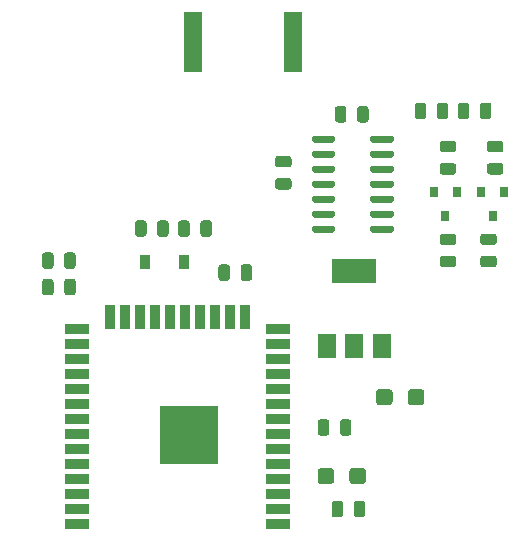
<source format=gtp>
G04 #@! TF.GenerationSoftware,KiCad,Pcbnew,(5.1.9-0-10_14)*
G04 #@! TF.CreationDate,2021-01-18T10:51:13+01:00*
G04 #@! TF.ProjectId,ithowifi,6974686f-7769-4666-992e-6b696361645f,rev?*
G04 #@! TF.SameCoordinates,Original*
G04 #@! TF.FileFunction,Paste,Top*
G04 #@! TF.FilePolarity,Positive*
%FSLAX46Y46*%
G04 Gerber Fmt 4.6, Leading zero omitted, Abs format (unit mm)*
G04 Created by KiCad (PCBNEW (5.1.9-0-10_14)) date 2021-01-18 10:51:13*
%MOMM*%
%LPD*%
G01*
G04 APERTURE LIST*
%ADD10R,2.000000X0.900000*%
%ADD11R,0.900000X2.000000*%
%ADD12R,5.000000X5.000000*%
%ADD13R,1.500000X2.000000*%
%ADD14R,3.800000X2.000000*%
%ADD15R,0.900000X1.200000*%
%ADD16R,1.500000X5.080000*%
%ADD17R,0.800000X0.900000*%
G04 APERTURE END LIST*
D10*
X87477600Y-148615400D03*
X87477600Y-147345400D03*
X87477600Y-146075400D03*
X87477600Y-144805400D03*
X87477600Y-143535400D03*
X87477600Y-142265400D03*
X87477600Y-140995400D03*
X87477600Y-139725400D03*
X87477600Y-138455400D03*
X87477600Y-137185400D03*
X87477600Y-135915400D03*
X87477600Y-134645400D03*
X87477600Y-133375400D03*
X87477600Y-132105400D03*
D11*
X90262600Y-131105400D03*
X91532600Y-131105400D03*
X92802600Y-131105400D03*
X94072600Y-131105400D03*
X95342600Y-131105400D03*
X96612600Y-131105400D03*
X97882600Y-131105400D03*
X99152600Y-131105400D03*
X100422600Y-131105400D03*
X101692600Y-131105400D03*
D10*
X104477600Y-132105400D03*
X104477600Y-133375400D03*
X104477600Y-134645400D03*
X104477600Y-135915400D03*
X104477600Y-137185400D03*
X104477600Y-138455400D03*
X104477600Y-139725400D03*
X104477600Y-140995400D03*
X104477600Y-142265400D03*
X104477600Y-143535400D03*
X104477600Y-144805400D03*
X104477600Y-146075400D03*
X104477600Y-147345400D03*
X104477600Y-148615400D03*
D12*
X96977600Y-141115400D03*
G36*
G01*
X101315700Y-127811850D02*
X101315700Y-126899350D01*
G75*
G02*
X101559450Y-126655600I243750J0D01*
G01*
X102046950Y-126655600D01*
G75*
G02*
X102290700Y-126899350I0J-243750D01*
G01*
X102290700Y-127811850D01*
G75*
G02*
X102046950Y-128055600I-243750J0D01*
G01*
X101559450Y-128055600D01*
G75*
G02*
X101315700Y-127811850I0J243750D01*
G01*
G37*
G36*
G01*
X99440700Y-127811850D02*
X99440700Y-126899350D01*
G75*
G02*
X99684450Y-126655600I243750J0D01*
G01*
X100171950Y-126655600D01*
G75*
G02*
X100415700Y-126899350I0J-243750D01*
G01*
X100415700Y-127811850D01*
G75*
G02*
X100171950Y-128055600I-243750J0D01*
G01*
X99684450Y-128055600D01*
G75*
G02*
X99440700Y-127811850I0J243750D01*
G01*
G37*
G36*
G01*
X114174500Y-137471599D02*
X114174500Y-138321601D01*
G75*
G02*
X113924501Y-138571600I-249999J0D01*
G01*
X113024499Y-138571600D01*
G75*
G02*
X112774500Y-138321601I0J249999D01*
G01*
X112774500Y-137471599D01*
G75*
G02*
X113024499Y-137221600I249999J0D01*
G01*
X113924501Y-137221600D01*
G75*
G02*
X114174500Y-137471599I0J-249999D01*
G01*
G37*
G36*
G01*
X116874500Y-137471599D02*
X116874500Y-138321601D01*
G75*
G02*
X116624501Y-138571600I-249999J0D01*
G01*
X115724499Y-138571600D01*
G75*
G02*
X115474500Y-138321601I0J249999D01*
G01*
X115474500Y-137471599D01*
G75*
G02*
X115724499Y-137221600I249999J0D01*
G01*
X116624501Y-137221600D01*
G75*
G02*
X116874500Y-137471599I0J-249999D01*
G01*
G37*
G36*
G01*
X110530400Y-145001801D02*
X110530400Y-144151799D01*
G75*
G02*
X110780399Y-143901800I249999J0D01*
G01*
X111680401Y-143901800D01*
G75*
G02*
X111930400Y-144151799I0J-249999D01*
G01*
X111930400Y-145001801D01*
G75*
G02*
X111680401Y-145251800I-249999J0D01*
G01*
X110780399Y-145251800D01*
G75*
G02*
X110530400Y-145001801I0J249999D01*
G01*
G37*
G36*
G01*
X107830400Y-145001801D02*
X107830400Y-144151799D01*
G75*
G02*
X108080399Y-143901800I249999J0D01*
G01*
X108980401Y-143901800D01*
G75*
G02*
X109230400Y-144151799I0J-249999D01*
G01*
X109230400Y-145001801D01*
G75*
G02*
X108980401Y-145251800I-249999J0D01*
G01*
X108080399Y-145251800D01*
G75*
G02*
X107830400Y-145001801I0J249999D01*
G01*
G37*
G36*
G01*
X85475900Y-128118550D02*
X85475900Y-129031050D01*
G75*
G02*
X85232150Y-129274800I-243750J0D01*
G01*
X84744650Y-129274800D01*
G75*
G02*
X84500900Y-129031050I0J243750D01*
G01*
X84500900Y-128118550D01*
G75*
G02*
X84744650Y-127874800I243750J0D01*
G01*
X85232150Y-127874800D01*
G75*
G02*
X85475900Y-128118550I0J-243750D01*
G01*
G37*
G36*
G01*
X87350900Y-128118550D02*
X87350900Y-129031050D01*
G75*
G02*
X87107150Y-129274800I-243750J0D01*
G01*
X86619650Y-129274800D01*
G75*
G02*
X86375900Y-129031050I0J243750D01*
G01*
X86375900Y-128118550D01*
G75*
G02*
X86619650Y-127874800I243750J0D01*
G01*
X87107150Y-127874800D01*
G75*
G02*
X87350900Y-128118550I0J-243750D01*
G01*
G37*
G36*
G01*
X85475900Y-125883350D02*
X85475900Y-126795850D01*
G75*
G02*
X85232150Y-127039600I-243750J0D01*
G01*
X84744650Y-127039600D01*
G75*
G02*
X84500900Y-126795850I0J243750D01*
G01*
X84500900Y-125883350D01*
G75*
G02*
X84744650Y-125639600I243750J0D01*
G01*
X85232150Y-125639600D01*
G75*
G02*
X85475900Y-125883350I0J-243750D01*
G01*
G37*
G36*
G01*
X87350900Y-125883350D02*
X87350900Y-126795850D01*
G75*
G02*
X87107150Y-127039600I-243750J0D01*
G01*
X86619650Y-127039600D01*
G75*
G02*
X86375900Y-126795850I0J243750D01*
G01*
X86375900Y-125883350D01*
G75*
G02*
X86619650Y-125639600I243750J0D01*
G01*
X87107150Y-125639600D01*
G75*
G02*
X87350900Y-125883350I0J-243750D01*
G01*
G37*
D13*
X108647200Y-133553600D03*
X113247200Y-133553600D03*
X110947200Y-133553600D03*
D14*
X110947200Y-127253600D03*
G36*
G01*
X94249900Y-124078050D02*
X94249900Y-123165550D01*
G75*
G02*
X94493650Y-122921800I243750J0D01*
G01*
X94981150Y-122921800D01*
G75*
G02*
X95224900Y-123165550I0J-243750D01*
G01*
X95224900Y-124078050D01*
G75*
G02*
X94981150Y-124321800I-243750J0D01*
G01*
X94493650Y-124321800D01*
G75*
G02*
X94249900Y-124078050I0J243750D01*
G01*
G37*
G36*
G01*
X92374900Y-124078050D02*
X92374900Y-123165550D01*
G75*
G02*
X92618650Y-122921800I243750J0D01*
G01*
X93106150Y-122921800D01*
G75*
G02*
X93349900Y-123165550I0J-243750D01*
G01*
X93349900Y-124078050D01*
G75*
G02*
X93106150Y-124321800I-243750J0D01*
G01*
X92618650Y-124321800D01*
G75*
G02*
X92374900Y-124078050I0J243750D01*
G01*
G37*
G36*
G01*
X109720800Y-140918250D02*
X109720800Y-140005750D01*
G75*
G02*
X109964550Y-139762000I243750J0D01*
G01*
X110452050Y-139762000D01*
G75*
G02*
X110695800Y-140005750I0J-243750D01*
G01*
X110695800Y-140918250D01*
G75*
G02*
X110452050Y-141162000I-243750J0D01*
G01*
X109964550Y-141162000D01*
G75*
G02*
X109720800Y-140918250I0J243750D01*
G01*
G37*
G36*
G01*
X107845800Y-140918250D02*
X107845800Y-140005750D01*
G75*
G02*
X108089550Y-139762000I243750J0D01*
G01*
X108577050Y-139762000D01*
G75*
G02*
X108820800Y-140005750I0J-243750D01*
G01*
X108820800Y-140918250D01*
G75*
G02*
X108577050Y-141162000I-243750J0D01*
G01*
X108089550Y-141162000D01*
G75*
G02*
X107845800Y-140918250I0J243750D01*
G01*
G37*
D15*
X93220000Y-126415800D03*
X96520000Y-126415800D03*
G36*
G01*
X110886900Y-147827050D02*
X110886900Y-146914550D01*
G75*
G02*
X111130650Y-146670800I243750J0D01*
G01*
X111618150Y-146670800D01*
G75*
G02*
X111861900Y-146914550I0J-243750D01*
G01*
X111861900Y-147827050D01*
G75*
G02*
X111618150Y-148070800I-243750J0D01*
G01*
X111130650Y-148070800D01*
G75*
G02*
X110886900Y-147827050I0J243750D01*
G01*
G37*
G36*
G01*
X109011900Y-147827050D02*
X109011900Y-146914550D01*
G75*
G02*
X109255650Y-146670800I243750J0D01*
G01*
X109743150Y-146670800D01*
G75*
G02*
X109986900Y-146914550I0J-243750D01*
G01*
X109986900Y-147827050D01*
G75*
G02*
X109743150Y-148070800I-243750J0D01*
G01*
X109255650Y-148070800D01*
G75*
G02*
X109011900Y-147827050I0J243750D01*
G01*
G37*
G36*
G01*
X97007500Y-123165550D02*
X97007500Y-124078050D01*
G75*
G02*
X96763750Y-124321800I-243750J0D01*
G01*
X96276250Y-124321800D01*
G75*
G02*
X96032500Y-124078050I0J243750D01*
G01*
X96032500Y-123165550D01*
G75*
G02*
X96276250Y-122921800I243750J0D01*
G01*
X96763750Y-122921800D01*
G75*
G02*
X97007500Y-123165550I0J-243750D01*
G01*
G37*
G36*
G01*
X98882500Y-123165550D02*
X98882500Y-124078050D01*
G75*
G02*
X98638750Y-124321800I-243750J0D01*
G01*
X98151250Y-124321800D01*
G75*
G02*
X97907500Y-124078050I0J243750D01*
G01*
X97907500Y-123165550D01*
G75*
G02*
X98151250Y-122921800I243750J0D01*
G01*
X98638750Y-122921800D01*
G75*
G02*
X98882500Y-123165550I0J-243750D01*
G01*
G37*
D16*
X97248400Y-107848400D03*
X105748400Y-107848400D03*
G36*
G01*
X117925000Y-114121250D02*
X117925000Y-113208750D01*
G75*
G02*
X118168750Y-112965000I243750J0D01*
G01*
X118656250Y-112965000D01*
G75*
G02*
X118900000Y-113208750I0J-243750D01*
G01*
X118900000Y-114121250D01*
G75*
G02*
X118656250Y-114365000I-243750J0D01*
G01*
X118168750Y-114365000D01*
G75*
G02*
X117925000Y-114121250I0J243750D01*
G01*
G37*
G36*
G01*
X116050000Y-114121250D02*
X116050000Y-113208750D01*
G75*
G02*
X116293750Y-112965000I243750J0D01*
G01*
X116781250Y-112965000D01*
G75*
G02*
X117025000Y-113208750I0J-243750D01*
G01*
X117025000Y-114121250D01*
G75*
G02*
X116781250Y-114365000I-243750J0D01*
G01*
X116293750Y-114365000D01*
G75*
G02*
X116050000Y-114121250I0J243750D01*
G01*
G37*
G36*
G01*
X105383650Y-120320100D02*
X104471150Y-120320100D01*
G75*
G02*
X104227400Y-120076350I0J243750D01*
G01*
X104227400Y-119588850D01*
G75*
G02*
X104471150Y-119345100I243750J0D01*
G01*
X105383650Y-119345100D01*
G75*
G02*
X105627400Y-119588850I0J-243750D01*
G01*
X105627400Y-120076350D01*
G75*
G02*
X105383650Y-120320100I-243750J0D01*
G01*
G37*
G36*
G01*
X105383650Y-118445100D02*
X104471150Y-118445100D01*
G75*
G02*
X104227400Y-118201350I0J243750D01*
G01*
X104227400Y-117713850D01*
G75*
G02*
X104471150Y-117470100I243750J0D01*
G01*
X105383650Y-117470100D01*
G75*
G02*
X105627400Y-117713850I0J-243750D01*
G01*
X105627400Y-118201350D01*
G75*
G02*
X105383650Y-118445100I-243750J0D01*
G01*
G37*
G36*
G01*
X120680300Y-113208750D02*
X120680300Y-114121250D01*
G75*
G02*
X120436550Y-114365000I-243750J0D01*
G01*
X119949050Y-114365000D01*
G75*
G02*
X119705300Y-114121250I0J243750D01*
G01*
X119705300Y-113208750D01*
G75*
G02*
X119949050Y-112965000I243750J0D01*
G01*
X120436550Y-112965000D01*
G75*
G02*
X120680300Y-113208750I0J-243750D01*
G01*
G37*
G36*
G01*
X122555300Y-113208750D02*
X122555300Y-114121250D01*
G75*
G02*
X122311550Y-114365000I-243750J0D01*
G01*
X121824050Y-114365000D01*
G75*
G02*
X121580300Y-114121250I0J243750D01*
G01*
X121580300Y-113208750D01*
G75*
G02*
X121824050Y-112965000I243750J0D01*
G01*
X122311550Y-112965000D01*
G75*
G02*
X122555300Y-113208750I0J-243750D01*
G01*
G37*
G36*
G01*
X118415750Y-125926000D02*
X119328250Y-125926000D01*
G75*
G02*
X119572000Y-126169750I0J-243750D01*
G01*
X119572000Y-126657250D01*
G75*
G02*
X119328250Y-126901000I-243750J0D01*
G01*
X118415750Y-126901000D01*
G75*
G02*
X118172000Y-126657250I0J243750D01*
G01*
X118172000Y-126169750D01*
G75*
G02*
X118415750Y-125926000I243750J0D01*
G01*
G37*
G36*
G01*
X118415750Y-124051000D02*
X119328250Y-124051000D01*
G75*
G02*
X119572000Y-124294750I0J-243750D01*
G01*
X119572000Y-124782250D01*
G75*
G02*
X119328250Y-125026000I-243750J0D01*
G01*
X118415750Y-125026000D01*
G75*
G02*
X118172000Y-124782250I0J243750D01*
G01*
X118172000Y-124294750D01*
G75*
G02*
X118415750Y-124051000I243750J0D01*
G01*
G37*
G36*
G01*
X121844750Y-125926000D02*
X122757250Y-125926000D01*
G75*
G02*
X123001000Y-126169750I0J-243750D01*
G01*
X123001000Y-126657250D01*
G75*
G02*
X122757250Y-126901000I-243750J0D01*
G01*
X121844750Y-126901000D01*
G75*
G02*
X121601000Y-126657250I0J243750D01*
G01*
X121601000Y-126169750D01*
G75*
G02*
X121844750Y-125926000I243750J0D01*
G01*
G37*
G36*
G01*
X121844750Y-124051000D02*
X122757250Y-124051000D01*
G75*
G02*
X123001000Y-124294750I0J-243750D01*
G01*
X123001000Y-124782250D01*
G75*
G02*
X122757250Y-125026000I-243750J0D01*
G01*
X121844750Y-125026000D01*
G75*
G02*
X121601000Y-124782250I0J243750D01*
G01*
X121601000Y-124294750D01*
G75*
G02*
X121844750Y-124051000I243750J0D01*
G01*
G37*
G36*
G01*
X118415750Y-118074400D02*
X119328250Y-118074400D01*
G75*
G02*
X119572000Y-118318150I0J-243750D01*
G01*
X119572000Y-118805650D01*
G75*
G02*
X119328250Y-119049400I-243750J0D01*
G01*
X118415750Y-119049400D01*
G75*
G02*
X118172000Y-118805650I0J243750D01*
G01*
X118172000Y-118318150D01*
G75*
G02*
X118415750Y-118074400I243750J0D01*
G01*
G37*
G36*
G01*
X118415750Y-116199400D02*
X119328250Y-116199400D01*
G75*
G02*
X119572000Y-116443150I0J-243750D01*
G01*
X119572000Y-116930650D01*
G75*
G02*
X119328250Y-117174400I-243750J0D01*
G01*
X118415750Y-117174400D01*
G75*
G02*
X118172000Y-116930650I0J243750D01*
G01*
X118172000Y-116443150D01*
G75*
G02*
X118415750Y-116199400I243750J0D01*
G01*
G37*
G36*
G01*
X123316050Y-117174400D02*
X122403550Y-117174400D01*
G75*
G02*
X122159800Y-116930650I0J243750D01*
G01*
X122159800Y-116443150D01*
G75*
G02*
X122403550Y-116199400I243750J0D01*
G01*
X123316050Y-116199400D01*
G75*
G02*
X123559800Y-116443150I0J-243750D01*
G01*
X123559800Y-116930650D01*
G75*
G02*
X123316050Y-117174400I-243750J0D01*
G01*
G37*
G36*
G01*
X123316050Y-119049400D02*
X122403550Y-119049400D01*
G75*
G02*
X122159800Y-118805650I0J243750D01*
G01*
X122159800Y-118318150D01*
G75*
G02*
X122403550Y-118074400I243750J0D01*
G01*
X123316050Y-118074400D01*
G75*
G02*
X123559800Y-118318150I0J-243750D01*
G01*
X123559800Y-118805650D01*
G75*
G02*
X123316050Y-119049400I-243750J0D01*
G01*
G37*
G36*
G01*
X109295900Y-114400650D02*
X109295900Y-113488150D01*
G75*
G02*
X109539650Y-113244400I243750J0D01*
G01*
X110027150Y-113244400D01*
G75*
G02*
X110270900Y-113488150I0J-243750D01*
G01*
X110270900Y-114400650D01*
G75*
G02*
X110027150Y-114644400I-243750J0D01*
G01*
X109539650Y-114644400D01*
G75*
G02*
X109295900Y-114400650I0J243750D01*
G01*
G37*
G36*
G01*
X111170900Y-114400650D02*
X111170900Y-113488150D01*
G75*
G02*
X111414650Y-113244400I243750J0D01*
G01*
X111902150Y-113244400D01*
G75*
G02*
X112145900Y-113488150I0J-243750D01*
G01*
X112145900Y-114400650D01*
G75*
G02*
X111902150Y-114644400I-243750J0D01*
G01*
X111414650Y-114644400D01*
G75*
G02*
X111170900Y-114400650I0J243750D01*
G01*
G37*
D17*
X118658600Y-122539000D03*
X117708600Y-120539000D03*
X119608600Y-120539000D03*
X122656600Y-122539000D03*
X121706600Y-120539000D03*
X123606600Y-120539000D03*
G36*
G01*
X107359000Y-116202600D02*
X107359000Y-115902600D01*
G75*
G02*
X107509000Y-115752600I150000J0D01*
G01*
X109159000Y-115752600D01*
G75*
G02*
X109309000Y-115902600I0J-150000D01*
G01*
X109309000Y-116202600D01*
G75*
G02*
X109159000Y-116352600I-150000J0D01*
G01*
X107509000Y-116352600D01*
G75*
G02*
X107359000Y-116202600I0J150000D01*
G01*
G37*
G36*
G01*
X107359000Y-117472600D02*
X107359000Y-117172600D01*
G75*
G02*
X107509000Y-117022600I150000J0D01*
G01*
X109159000Y-117022600D01*
G75*
G02*
X109309000Y-117172600I0J-150000D01*
G01*
X109309000Y-117472600D01*
G75*
G02*
X109159000Y-117622600I-150000J0D01*
G01*
X107509000Y-117622600D01*
G75*
G02*
X107359000Y-117472600I0J150000D01*
G01*
G37*
G36*
G01*
X107359000Y-118742600D02*
X107359000Y-118442600D01*
G75*
G02*
X107509000Y-118292600I150000J0D01*
G01*
X109159000Y-118292600D01*
G75*
G02*
X109309000Y-118442600I0J-150000D01*
G01*
X109309000Y-118742600D01*
G75*
G02*
X109159000Y-118892600I-150000J0D01*
G01*
X107509000Y-118892600D01*
G75*
G02*
X107359000Y-118742600I0J150000D01*
G01*
G37*
G36*
G01*
X107359000Y-120012600D02*
X107359000Y-119712600D01*
G75*
G02*
X107509000Y-119562600I150000J0D01*
G01*
X109159000Y-119562600D01*
G75*
G02*
X109309000Y-119712600I0J-150000D01*
G01*
X109309000Y-120012600D01*
G75*
G02*
X109159000Y-120162600I-150000J0D01*
G01*
X107509000Y-120162600D01*
G75*
G02*
X107359000Y-120012600I0J150000D01*
G01*
G37*
G36*
G01*
X107359000Y-121282600D02*
X107359000Y-120982600D01*
G75*
G02*
X107509000Y-120832600I150000J0D01*
G01*
X109159000Y-120832600D01*
G75*
G02*
X109309000Y-120982600I0J-150000D01*
G01*
X109309000Y-121282600D01*
G75*
G02*
X109159000Y-121432600I-150000J0D01*
G01*
X107509000Y-121432600D01*
G75*
G02*
X107359000Y-121282600I0J150000D01*
G01*
G37*
G36*
G01*
X107359000Y-122552600D02*
X107359000Y-122252600D01*
G75*
G02*
X107509000Y-122102600I150000J0D01*
G01*
X109159000Y-122102600D01*
G75*
G02*
X109309000Y-122252600I0J-150000D01*
G01*
X109309000Y-122552600D01*
G75*
G02*
X109159000Y-122702600I-150000J0D01*
G01*
X107509000Y-122702600D01*
G75*
G02*
X107359000Y-122552600I0J150000D01*
G01*
G37*
G36*
G01*
X107359000Y-123822600D02*
X107359000Y-123522600D01*
G75*
G02*
X107509000Y-123372600I150000J0D01*
G01*
X109159000Y-123372600D01*
G75*
G02*
X109309000Y-123522600I0J-150000D01*
G01*
X109309000Y-123822600D01*
G75*
G02*
X109159000Y-123972600I-150000J0D01*
G01*
X107509000Y-123972600D01*
G75*
G02*
X107359000Y-123822600I0J150000D01*
G01*
G37*
G36*
G01*
X112309000Y-123822600D02*
X112309000Y-123522600D01*
G75*
G02*
X112459000Y-123372600I150000J0D01*
G01*
X114109000Y-123372600D01*
G75*
G02*
X114259000Y-123522600I0J-150000D01*
G01*
X114259000Y-123822600D01*
G75*
G02*
X114109000Y-123972600I-150000J0D01*
G01*
X112459000Y-123972600D01*
G75*
G02*
X112309000Y-123822600I0J150000D01*
G01*
G37*
G36*
G01*
X112309000Y-122552600D02*
X112309000Y-122252600D01*
G75*
G02*
X112459000Y-122102600I150000J0D01*
G01*
X114109000Y-122102600D01*
G75*
G02*
X114259000Y-122252600I0J-150000D01*
G01*
X114259000Y-122552600D01*
G75*
G02*
X114109000Y-122702600I-150000J0D01*
G01*
X112459000Y-122702600D01*
G75*
G02*
X112309000Y-122552600I0J150000D01*
G01*
G37*
G36*
G01*
X112309000Y-121282600D02*
X112309000Y-120982600D01*
G75*
G02*
X112459000Y-120832600I150000J0D01*
G01*
X114109000Y-120832600D01*
G75*
G02*
X114259000Y-120982600I0J-150000D01*
G01*
X114259000Y-121282600D01*
G75*
G02*
X114109000Y-121432600I-150000J0D01*
G01*
X112459000Y-121432600D01*
G75*
G02*
X112309000Y-121282600I0J150000D01*
G01*
G37*
G36*
G01*
X112309000Y-120012600D02*
X112309000Y-119712600D01*
G75*
G02*
X112459000Y-119562600I150000J0D01*
G01*
X114109000Y-119562600D01*
G75*
G02*
X114259000Y-119712600I0J-150000D01*
G01*
X114259000Y-120012600D01*
G75*
G02*
X114109000Y-120162600I-150000J0D01*
G01*
X112459000Y-120162600D01*
G75*
G02*
X112309000Y-120012600I0J150000D01*
G01*
G37*
G36*
G01*
X112309000Y-118742600D02*
X112309000Y-118442600D01*
G75*
G02*
X112459000Y-118292600I150000J0D01*
G01*
X114109000Y-118292600D01*
G75*
G02*
X114259000Y-118442600I0J-150000D01*
G01*
X114259000Y-118742600D01*
G75*
G02*
X114109000Y-118892600I-150000J0D01*
G01*
X112459000Y-118892600D01*
G75*
G02*
X112309000Y-118742600I0J150000D01*
G01*
G37*
G36*
G01*
X112309000Y-117472600D02*
X112309000Y-117172600D01*
G75*
G02*
X112459000Y-117022600I150000J0D01*
G01*
X114109000Y-117022600D01*
G75*
G02*
X114259000Y-117172600I0J-150000D01*
G01*
X114259000Y-117472600D01*
G75*
G02*
X114109000Y-117622600I-150000J0D01*
G01*
X112459000Y-117622600D01*
G75*
G02*
X112309000Y-117472600I0J150000D01*
G01*
G37*
G36*
G01*
X112309000Y-116202600D02*
X112309000Y-115902600D01*
G75*
G02*
X112459000Y-115752600I150000J0D01*
G01*
X114109000Y-115752600D01*
G75*
G02*
X114259000Y-115902600I0J-150000D01*
G01*
X114259000Y-116202600D01*
G75*
G02*
X114109000Y-116352600I-150000J0D01*
G01*
X112459000Y-116352600D01*
G75*
G02*
X112309000Y-116202600I0J150000D01*
G01*
G37*
M02*

</source>
